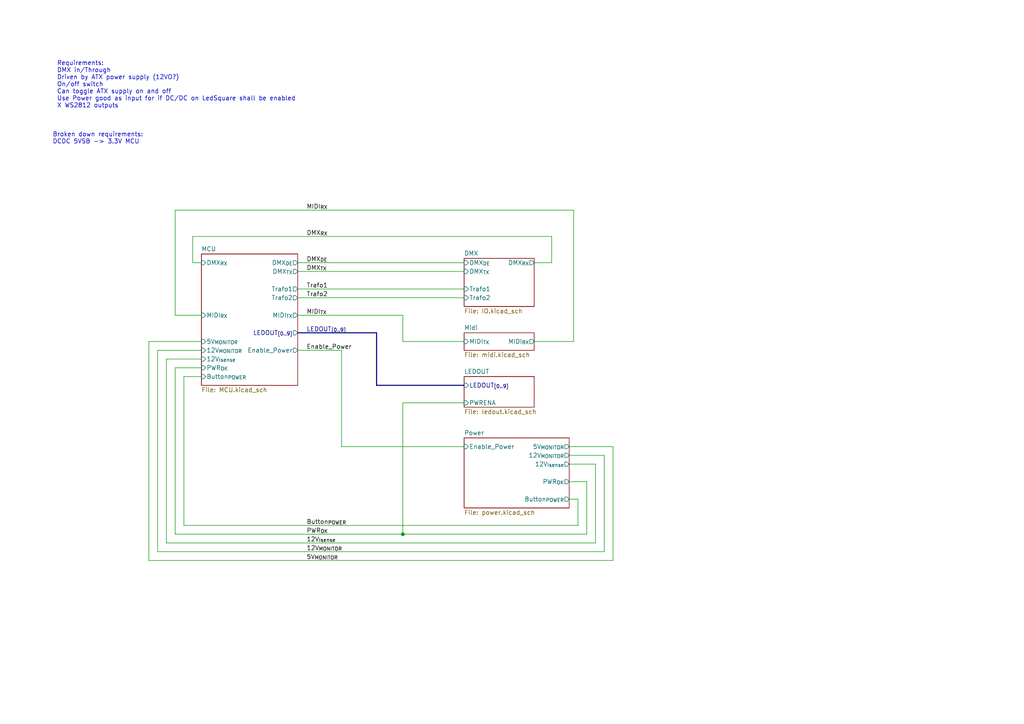
<source format=kicad_sch>
(kicad_sch (version 20211123) (generator eeschema)
  (paper "A4")
  (title_block (title "Led Wall Controller") (rev "1") (company "Skrooter Audio"))
  (lib_symbols)
  (junction (at 116.84 154.94))
  (wire (pts (xy 165.1 144.78) (xy 167.64 144.78)))
  (wire (pts (xy 86.36 76.2) (xy 134.62 76.2)))
  (wire (pts (xy 53.34 152.4) (xy 53.34 109.22)))
  (bus (pts (xy 109.22 96.52) (xy 109.22 111.76)))
  (wire (pts (xy 116.84 154.94) (xy 50.8 154.94)))
  (wire (pts (xy 50.8 154.94) (xy 50.8 106.68)))
  (wire (pts (xy 45.72 160.02) (xy 45.72 101.6)))
  (wire (pts (xy 170.18 154.94) (xy 116.84 154.94)))
  (wire (pts (xy 86.36 91.44) (xy 116.84 91.44)))
  (wire (pts (xy 116.84 99.06) (xy 116.84 91.44)))
  (wire (pts (xy 172.72 157.48) (xy 48.26 157.48)))
  (wire (pts (xy 175.26 132.08) (xy 175.26 160.02)))
  (wire (pts (xy 166.37 99.06) (xy 166.37 60.96)))
  (wire (pts (xy 50.8 106.68) (xy 58.42 106.68)))
  (wire (pts (xy 154.94 99.06) (xy 166.37 99.06)))
  (wire (pts (xy 175.26 160.02) (xy 45.72 160.02)))
  (wire (pts (xy 99.06 101.6) (xy 86.36 101.6)))
  (wire (pts (xy 86.36 78.74) (xy 134.62 78.74)))
  (wire (pts (xy 154.94 76.2) (xy 160.02 76.2)))
  (wire (pts (xy 167.64 144.78) (xy 167.64 152.4)))
  (wire (pts (xy 160.02 68.58) (xy 160.02 76.2)))
  (wire (pts (xy 55.88 68.58) (xy 55.88 76.2)))
  (wire (pts (xy 50.8 60.96) (xy 50.8 91.44)))
  (wire (pts (xy 116.84 116.84) (xy 134.62 116.84)))
  (wire (pts (xy 99.06 129.54) (xy 99.06 101.6)))
  (wire (pts (xy 177.8 129.54) (xy 177.8 162.56)))
  (wire (pts (xy 53.34 109.22) (xy 58.42 109.22)))
  (bus (pts (xy 109.22 111.76) (xy 134.62 111.76)))
  (wire (pts (xy 86.36 86.36) (xy 134.62 86.36)))
  (wire (pts (xy 116.84 99.06) (xy 134.62 99.06)))
  (bus (pts (xy 86.36 96.52) (xy 109.22 96.52)))
  (wire (pts (xy 48.26 157.48) (xy 48.26 104.14)))
  (wire (pts (xy 166.37 60.96) (xy 50.8 60.96)))
  (wire (pts (xy 134.62 129.54) (xy 99.06 129.54)))
  (wire (pts (xy 170.18 139.7) (xy 170.18 154.94)))
  (wire (pts (xy 55.88 76.2) (xy 58.42 76.2)))
  (wire (pts (xy 43.18 99.06) (xy 58.42 99.06)))
  (wire (pts (xy 172.72 134.62) (xy 172.72 157.48)))
  (wire (pts (xy 165.1 139.7) (xy 170.18 139.7)))
  (wire (pts (xy 177.8 162.56) (xy 43.18 162.56)))
  (wire (pts (xy 165.1 134.62) (xy 172.72 134.62)))
  (wire (pts (xy 50.8 91.44) (xy 58.42 91.44)))
  (wire (pts (xy 43.18 162.56) (xy 43.18 99.06)))
  (wire (pts (xy 86.36 83.82) (xy 134.62 83.82)))
  (wire (pts (xy 48.26 104.14) (xy 58.42 104.14)))
  (wire (pts (xy 45.72 101.6) (xy 58.42 101.6)))
  (wire (pts (xy 165.1 132.08) (xy 175.26 132.08)))
  (wire (pts (xy 160.02 68.58) (xy 55.88 68.58)))
  (wire (pts (xy 116.84 116.84) (xy 116.84 154.94)))
  (wire (pts (xy 53.34 152.4) (xy 167.64 152.4)))
  (wire (pts (xy 165.1 129.54) (xy 177.8 129.54)))
  (text "Broken down requirements:\nDCDC 5VSB -> 3.3V MCU\n" (at 15.24 41.91 0) (effects (font (size 1.27 1.27)) (justify left bottom)))
  (text "Requirements:\nDMX in/Through\nDriven by ATX power supply (12VO?)\nOn/off switch\nCan toggle ATX supply on and off\nUse Power good as input for if DC/DC on LedSquare shall be enabled\nX WS2812 outputs\n\n\n" (at 16.51 35.56 0) (effects (font (size 1.27 1.27)) (justify left bottom)))
  (label "MIDI_{RX}" (at 88.9 60.96 0))
  (label "DMX_{DE}" (at 88.9 76.2 0))
  (label "DMX_{RX}" (at 88.9 68.58 0))
  (label "Trafo1" (at 88.9 83.82 0))
  (label "Button_{POWER}" (at 88.9 152.4 0))
  (label "12V_{MONITOR}" (at 88.9 160.02 0))
  (label "5V_{MONITOR}" (at 88.9 162.56 0))
  (label "DMX_{TX}" (at 88.9 78.74 0))
  (label "LEDOUT_{[0..9]}" (at 88.9 96.52 0))
  (label "12V_{Isense}" (at 88.9 157.48 0))
  (label "Trafo2" (at 88.9 86.36 0))
  (label "Enable_Power" (at 88.9 101.6 0))
  (label "MIDI_{TX}" (at 88.9 91.44 0))
  (label "PWR_{OK}" (at 88.9 154.94 0))
  (sheet (at 134.62 109.22) (size 20.32 8.89) (stroke (width 0.1524))
    (property "Sheet name" "LEDOUT" (at 134.62 108.5084 0) (effects (justify left bottom)))
    (property "Sheet file" "ledout.kicad_sch" (at 134.62 118.6946 0) (effects (justify left top)))
    (pin "LEDOUT_{[0..9]}" input (at 134.62 111.76 180))
    (pin "PWRENA" input (at 134.62 116.84 180))
  )
  (sheet (at 134.62 74.93) (size 20.32 13.97) (stroke (width 0.1524))
    (property "Sheet name" "DMX" (at 134.62 74.2184 0) (effects (justify left bottom)))
    (property "Sheet file" "IO.kicad_sch" (at 134.62 89.4846 0) (effects (justify left top)))
    (pin "DMX_{RX}" output (at 154.94 76.2 0))
    (pin "DMX_{DE}" input (at 134.62 76.2 180))
    (pin "DMX_{TX}" input (at 134.62 78.74 180))
    (pin "Trafo2" input (at 134.62 86.36 180))
    (pin "Trafo1" input (at 134.62 83.82 180))
  )
  (sheet (at 134.62 96.52) (size 20.32 5.08) (stroke (width 0.1524))
    (property "Sheet name" "Midi" (at 134.62 95.8084 0) (effects (justify left bottom)))
    (property "Sheet file" "midi.kicad_sch" (at 134.62 102.1846 0) (effects (justify left top)))
    (pin "MIDI_{TX}" input (at 134.62 99.06 180))
    (pin "MIDI_{RX}" output (at 154.94 99.06 0))
  )
  (sheet (at 134.62 127) (size 30.48 20.32) (stroke (width 0.1524))
    (property "Sheet name" "Power" (at 134.62 126.2884 0) (effects (justify left bottom)))
    (property "Sheet file" "power.kicad_sch" (at 134.62 147.9046 0) (effects (justify left top)))
    (pin "5V_{MONITOR}" output (at 165.1 129.54 0))
    (pin "12V_{MONITOR}" output (at 165.1 132.08 0))
    (pin "12V_{Isense}" output (at 165.1 134.62 0))
    (pin "Enable_Power" input (at 134.62 129.54 180))
    (pin "PWR_{OK}" output (at 165.1 139.7 0))
    (pin "Button_{POWER}" output (at 165.1 144.78 0))
  )
  (sheet (at 58.42 73.66) (size 27.94 38.1) (stroke (width 0.1524))
    (property "Sheet name" "MCU" (at 58.42 72.9484 0) (effects (justify left bottom)))
    (property "Sheet file" "MCU.kicad_sch" (at 58.42 112.3446 0) (effects (justify left top)))
    (pin "DMX_{DE}" output (at 86.36 76.2 0))
    (pin "DMX_{RX}" input (at 58.42 76.2 180))
    (pin "DMX_{TX}" output (at 86.36 78.74 0))
    (pin "Trafo2" output (at 86.36 86.36 0))
    (pin "Trafo1" output (at 86.36 83.82 0))
    (pin "MIDI_{RX}" input (at 58.42 91.44 180))
    (pin "MIDI_{TX}" output (at 86.36 91.44 0))
    (pin "Enable_Power" output (at 86.36 101.6 0))
    (pin "12V_{Isense}" input (at 58.42 104.14 180))
    (pin "PWR_{OK}" input (at 58.42 106.68 180))
    (pin "5V_{MONITOR}" input (at 58.42 99.06 180))
    (pin "12V_{MONITOR}" input (at 58.42 101.6 180))
    (pin "LEDOUT_{[0..9]}" output (at 86.36 96.52 0))
    (pin "Button_{POWER}" input (at 58.42 109.22 180))
  )
)
</source>
